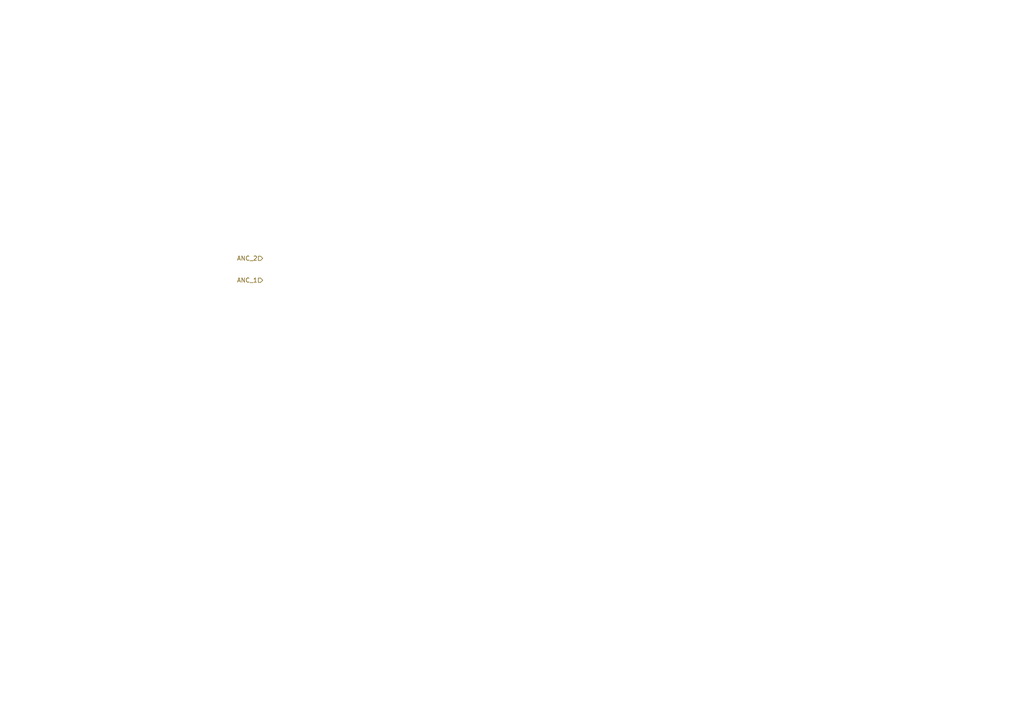
<source format=kicad_sch>
(kicad_sch
	(version 20231120)
	(generator "eeschema")
	(generator_version "8.0")
	(uuid "a3421bc2-0f83-445f-ba50-5d0e43fa7e5f")
	(paper "A4")
	(lib_symbols)
	(hierarchical_label "ANC_1"
		(shape input)
		(at 76.2 81.28 180)
		(fields_autoplaced yes)
		(effects
			(font
				(size 1.27 1.27)
			)
			(justify right)
		)
		(uuid "23441c71-e560-4f12-bafd-e682c35f93dc")
	)
	(hierarchical_label "ANC_2"
		(shape input)
		(at 76.2 74.93 180)
		(fields_autoplaced yes)
		(effects
			(font
				(size 1.27 1.27)
			)
			(justify right)
		)
		(uuid "f3ab8806-d9b2-430b-b958-27c5f871bc05")
	)
)

</source>
